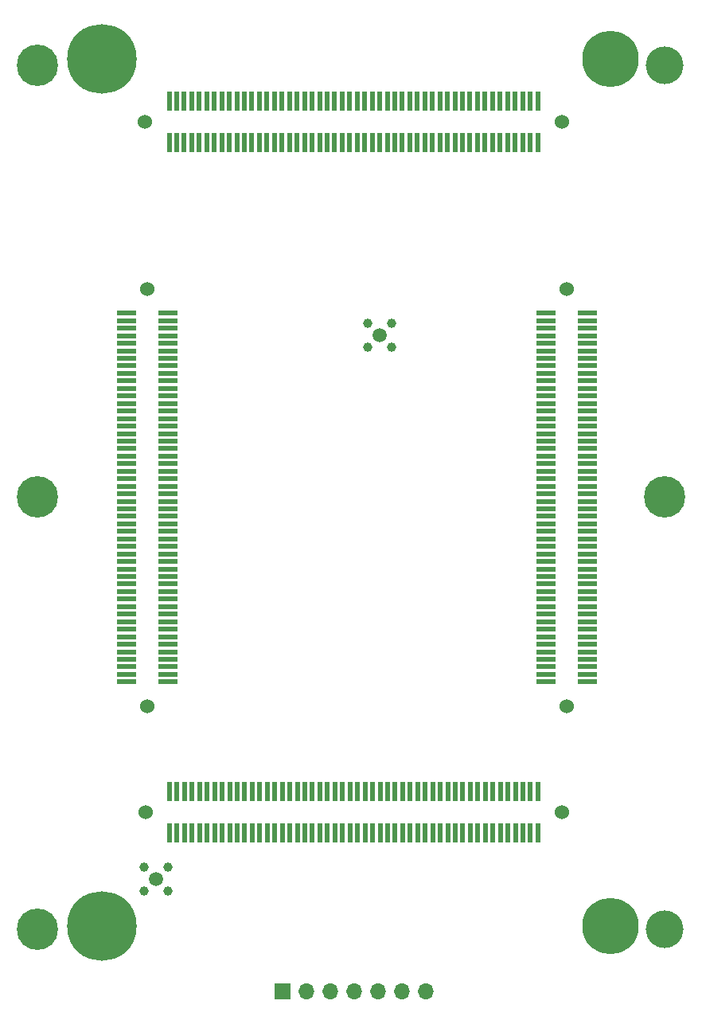
<source format=gbr>
%TF.GenerationSoftware,KiCad,Pcbnew,(5.1.10)-1*%
%TF.CreationDate,2021-11-05T18:24:08-05:00*%
%TF.ProjectId,payload_board,7061796c-6f61-4645-9f62-6f6172642e6b,3*%
%TF.SameCoordinates,Original*%
%TF.FileFunction,Soldermask,Top*%
%TF.FilePolarity,Negative*%
%FSLAX46Y46*%
G04 Gerber Fmt 4.6, Leading zero omitted, Abs format (unit mm)*
G04 Created by KiCad (PCBNEW (5.1.10)-1) date 2021-11-05 18:24:08*
%MOMM*%
%LPD*%
G01*
G04 APERTURE LIST*
%ADD10R,0.500000X2.000000*%
%ADD11C,1.524000*%
%ADD12R,2.000000X0.500000*%
%ADD13O,1.700000X1.700000*%
%ADD14R,1.700000X1.700000*%
%ADD15C,1.000000*%
%ADD16C,1.500000*%
%ADD17C,6.000000*%
%ADD18C,4.000000*%
%ADD19C,7.400000*%
%ADD20C,4.400000*%
G04 APERTURE END LIST*
D10*
X107345000Y-58455000D03*
X107345000Y-62855000D03*
X106545000Y-58455000D03*
X106545000Y-62855000D03*
X105745000Y-58455000D03*
X105745000Y-62855000D03*
X104945000Y-58455000D03*
X104945000Y-62855000D03*
X104145000Y-58455000D03*
X104145000Y-62855000D03*
X103345000Y-58455000D03*
X103345000Y-62855000D03*
X102545000Y-58455000D03*
X102545000Y-62855000D03*
X101745000Y-58455000D03*
X101745000Y-62855000D03*
X100945000Y-58455000D03*
X100945000Y-62855000D03*
X100145000Y-58455000D03*
X100145000Y-62855000D03*
X99345000Y-58455000D03*
X99345000Y-62855000D03*
X98545000Y-58455000D03*
X98545000Y-62855000D03*
X97745000Y-58455000D03*
X97745000Y-62855000D03*
X96945000Y-58455000D03*
X96945000Y-62855000D03*
X96145000Y-58455000D03*
X96145000Y-62855000D03*
X95345000Y-58455000D03*
X95345000Y-62855000D03*
X94545000Y-58455000D03*
X94545000Y-62855000D03*
X93745000Y-58455000D03*
X93745000Y-62855000D03*
X92945000Y-58455000D03*
X92945000Y-62855000D03*
X92145000Y-58455000D03*
X92145000Y-62855000D03*
X91345000Y-58455000D03*
X91345000Y-62855000D03*
X90545000Y-58455000D03*
X90545000Y-62855000D03*
X89745000Y-58455000D03*
X89745000Y-62855000D03*
X88945000Y-58455000D03*
X88945000Y-62855000D03*
X88145000Y-58455000D03*
X88145000Y-62855000D03*
X87345000Y-58455000D03*
X87345000Y-62855000D03*
X86545000Y-58455000D03*
X86545000Y-62855000D03*
X85745000Y-58455000D03*
X85745000Y-62855000D03*
X84945000Y-58455000D03*
X84945000Y-62855000D03*
X84145000Y-58455000D03*
X84145000Y-62855000D03*
X83345000Y-58455000D03*
X83345000Y-62855000D03*
X82545000Y-58455000D03*
X82545000Y-62855000D03*
X81745000Y-58455000D03*
X81745000Y-62855000D03*
X80945000Y-58455000D03*
X80945000Y-62855000D03*
X80145000Y-58455000D03*
X80145000Y-62855000D03*
X79345000Y-58455000D03*
X79345000Y-62855000D03*
X78545000Y-58455000D03*
X78545000Y-62855000D03*
X77745000Y-58455000D03*
X77745000Y-62855000D03*
X76945000Y-58455000D03*
X76945000Y-62855000D03*
X76145000Y-58455000D03*
X76145000Y-62855000D03*
X75345000Y-58455000D03*
X75345000Y-62855000D03*
X74545000Y-58455000D03*
X74545000Y-62855000D03*
X73745000Y-58455000D03*
X73745000Y-62855000D03*
X72945000Y-58455000D03*
X72945000Y-62855000D03*
X72145000Y-58455000D03*
X72145000Y-62855000D03*
X71345000Y-58455000D03*
X71345000Y-62855000D03*
X70545000Y-58455000D03*
X70545000Y-62855000D03*
X69745000Y-58455000D03*
X69745000Y-62855000D03*
X68945000Y-58455000D03*
X68945000Y-62855000D03*
X68145000Y-58455000D03*
X68145000Y-62855000D03*
D11*
X65570800Y-60655000D03*
X109919200Y-60655000D03*
D12*
X68015000Y-120195000D03*
X63615000Y-120195000D03*
X68015000Y-119395000D03*
X63615000Y-119395000D03*
X68015000Y-118595000D03*
X63615000Y-118595000D03*
X68015000Y-117795000D03*
X63615000Y-117795000D03*
X68015000Y-116995000D03*
X63615000Y-116995000D03*
X68015000Y-116195000D03*
X63615000Y-116195000D03*
X68015000Y-115395000D03*
X63615000Y-115395000D03*
X68015000Y-114595000D03*
X63615000Y-114595000D03*
X68015000Y-113795000D03*
X63615000Y-113795000D03*
X68015000Y-112995000D03*
X63615000Y-112995000D03*
X68015000Y-112195000D03*
X63615000Y-112195000D03*
X68015000Y-111395000D03*
X63615000Y-111395000D03*
X68015000Y-110595000D03*
X63615000Y-110595000D03*
X68015000Y-109795000D03*
X63615000Y-109795000D03*
X68015000Y-108995000D03*
X63615000Y-108995000D03*
X68015000Y-108195000D03*
X63615000Y-108195000D03*
X68015000Y-107395000D03*
X63615000Y-107395000D03*
X68015000Y-106595000D03*
X63615000Y-106595000D03*
X68015000Y-105795000D03*
X63615000Y-105795000D03*
X68015000Y-104995000D03*
X63615000Y-104995000D03*
X68015000Y-104195000D03*
X63615000Y-104195000D03*
X68015000Y-103395000D03*
X63615000Y-103395000D03*
X68015000Y-102595000D03*
X63615000Y-102595000D03*
X68015000Y-101795000D03*
X63615000Y-101795000D03*
X68015000Y-100995000D03*
X63615000Y-100995000D03*
X68015000Y-100195000D03*
X63615000Y-100195000D03*
X68015000Y-99395000D03*
X63615000Y-99395000D03*
X68015000Y-98595000D03*
X63615000Y-98595000D03*
X68015000Y-97795000D03*
X63615000Y-97795000D03*
X68015000Y-96995000D03*
X63615000Y-96995000D03*
X68015000Y-96195000D03*
X63615000Y-96195000D03*
X68015000Y-95395000D03*
X63615000Y-95395000D03*
X68015000Y-94595000D03*
X63615000Y-94595000D03*
X68015000Y-93795000D03*
X63615000Y-93795000D03*
X68015000Y-92995000D03*
X63615000Y-92995000D03*
X68015000Y-92195000D03*
X63615000Y-92195000D03*
X68015000Y-91395000D03*
X63615000Y-91395000D03*
X68015000Y-90595000D03*
X63615000Y-90595000D03*
X68015000Y-89795000D03*
X63615000Y-89795000D03*
X68015000Y-88995000D03*
X63615000Y-88995000D03*
X68015000Y-88195000D03*
X63615000Y-88195000D03*
X68015000Y-87395000D03*
X63615000Y-87395000D03*
X68015000Y-86595000D03*
X63615000Y-86595000D03*
X68015000Y-85795000D03*
X63615000Y-85795000D03*
X68015000Y-84995000D03*
X63615000Y-84995000D03*
X68015000Y-84195000D03*
X63615000Y-84195000D03*
X68015000Y-83395000D03*
X63615000Y-83395000D03*
X68015000Y-82595000D03*
X63615000Y-82595000D03*
X68015000Y-81795000D03*
X63615000Y-81795000D03*
X68015000Y-80995000D03*
X63615000Y-80995000D03*
D11*
X65815000Y-78420800D03*
X65815000Y-122769200D03*
D10*
X107380000Y-131820000D03*
X107380000Y-136220000D03*
X106580000Y-131820000D03*
X106580000Y-136220000D03*
X105780000Y-131820000D03*
X105780000Y-136220000D03*
X104980000Y-131820000D03*
X104980000Y-136220000D03*
X104180000Y-131820000D03*
X104180000Y-136220000D03*
X103380000Y-131820000D03*
X103380000Y-136220000D03*
X102580000Y-131820000D03*
X102580000Y-136220000D03*
X101780000Y-131820000D03*
X101780000Y-136220000D03*
X100980000Y-131820000D03*
X100980000Y-136220000D03*
X100180000Y-131820000D03*
X100180000Y-136220000D03*
X99380000Y-131820000D03*
X99380000Y-136220000D03*
X98580000Y-131820000D03*
X98580000Y-136220000D03*
X97780000Y-131820000D03*
X97780000Y-136220000D03*
X96980000Y-131820000D03*
X96980000Y-136220000D03*
X96180000Y-131820000D03*
X96180000Y-136220000D03*
X95380000Y-131820000D03*
X95380000Y-136220000D03*
X94580000Y-131820000D03*
X94580000Y-136220000D03*
X93780000Y-131820000D03*
X93780000Y-136220000D03*
X92980000Y-131820000D03*
X92980000Y-136220000D03*
X92180000Y-131820000D03*
X92180000Y-136220000D03*
X91380000Y-131820000D03*
X91380000Y-136220000D03*
X90580000Y-131820000D03*
X90580000Y-136220000D03*
X89780000Y-131820000D03*
X89780000Y-136220000D03*
X88980000Y-131820000D03*
X88980000Y-136220000D03*
X88180000Y-131820000D03*
X88180000Y-136220000D03*
X87380000Y-131820000D03*
X87380000Y-136220000D03*
X86580000Y-131820000D03*
X86580000Y-136220000D03*
X85780000Y-131820000D03*
X85780000Y-136220000D03*
X84980000Y-131820000D03*
X84980000Y-136220000D03*
X84180000Y-131820000D03*
X84180000Y-136220000D03*
X83380000Y-131820000D03*
X83380000Y-136220000D03*
X82580000Y-131820000D03*
X82580000Y-136220000D03*
X81780000Y-131820000D03*
X81780000Y-136220000D03*
X80980000Y-131820000D03*
X80980000Y-136220000D03*
X80180000Y-131820000D03*
X80180000Y-136220000D03*
X79380000Y-131820000D03*
X79380000Y-136220000D03*
X78580000Y-131820000D03*
X78580000Y-136220000D03*
X77780000Y-131820000D03*
X77780000Y-136220000D03*
X76980000Y-131820000D03*
X76980000Y-136220000D03*
X76180000Y-131820000D03*
X76180000Y-136220000D03*
X75380000Y-131820000D03*
X75380000Y-136220000D03*
X74580000Y-131820000D03*
X74580000Y-136220000D03*
X73780000Y-131820000D03*
X73780000Y-136220000D03*
X72980000Y-131820000D03*
X72980000Y-136220000D03*
X72180000Y-131820000D03*
X72180000Y-136220000D03*
X71380000Y-131820000D03*
X71380000Y-136220000D03*
X70580000Y-131820000D03*
X70580000Y-136220000D03*
X69780000Y-131820000D03*
X69780000Y-136220000D03*
X68980000Y-131820000D03*
X68980000Y-136220000D03*
X68180000Y-131820000D03*
X68180000Y-136220000D03*
D11*
X65605800Y-134020000D03*
X109954200Y-134020000D03*
D12*
X112665000Y-120195000D03*
X108265000Y-120195000D03*
X112665000Y-119395000D03*
X108265000Y-119395000D03*
X112665000Y-118595000D03*
X108265000Y-118595000D03*
X112665000Y-117795000D03*
X108265000Y-117795000D03*
X112665000Y-116995000D03*
X108265000Y-116995000D03*
X112665000Y-116195000D03*
X108265000Y-116195000D03*
X112665000Y-115395000D03*
X108265000Y-115395000D03*
X112665000Y-114595000D03*
X108265000Y-114595000D03*
X112665000Y-113795000D03*
X108265000Y-113795000D03*
X112665000Y-112995000D03*
X108265000Y-112995000D03*
X112665000Y-112195000D03*
X108265000Y-112195000D03*
X112665000Y-111395000D03*
X108265000Y-111395000D03*
X112665000Y-110595000D03*
X108265000Y-110595000D03*
X112665000Y-109795000D03*
X108265000Y-109795000D03*
X112665000Y-108995000D03*
X108265000Y-108995000D03*
X112665000Y-108195000D03*
X108265000Y-108195000D03*
X112665000Y-107395000D03*
X108265000Y-107395000D03*
X112665000Y-106595000D03*
X108265000Y-106595000D03*
X112665000Y-105795000D03*
X108265000Y-105795000D03*
X112665000Y-104995000D03*
X108265000Y-104995000D03*
X112665000Y-104195000D03*
X108265000Y-104195000D03*
X112665000Y-103395000D03*
X108265000Y-103395000D03*
X112665000Y-102595000D03*
X108265000Y-102595000D03*
X112665000Y-101795000D03*
X108265000Y-101795000D03*
X112665000Y-100995000D03*
X108265000Y-100995000D03*
X112665000Y-100195000D03*
X108265000Y-100195000D03*
X112665000Y-99395000D03*
X108265000Y-99395000D03*
X112665000Y-98595000D03*
X108265000Y-98595000D03*
X112665000Y-97795000D03*
X108265000Y-97795000D03*
X112665000Y-96995000D03*
X108265000Y-96995000D03*
X112665000Y-96195000D03*
X108265000Y-96195000D03*
X112665000Y-95395000D03*
X108265000Y-95395000D03*
X112665000Y-94595000D03*
X108265000Y-94595000D03*
X112665000Y-93795000D03*
X108265000Y-93795000D03*
X112665000Y-92995000D03*
X108265000Y-92995000D03*
X112665000Y-92195000D03*
X108265000Y-92195000D03*
X112665000Y-91395000D03*
X108265000Y-91395000D03*
X112665000Y-90595000D03*
X108265000Y-90595000D03*
X112665000Y-89795000D03*
X108265000Y-89795000D03*
X112665000Y-88995000D03*
X108265000Y-88995000D03*
X112665000Y-88195000D03*
X108265000Y-88195000D03*
X112665000Y-87395000D03*
X108265000Y-87395000D03*
X112665000Y-86595000D03*
X108265000Y-86595000D03*
X112665000Y-85795000D03*
X108265000Y-85795000D03*
X112665000Y-84995000D03*
X108265000Y-84995000D03*
X112665000Y-84195000D03*
X108265000Y-84195000D03*
X112665000Y-83395000D03*
X108265000Y-83395000D03*
X112665000Y-82595000D03*
X108265000Y-82595000D03*
X112665000Y-81795000D03*
X108265000Y-81795000D03*
X112665000Y-80995000D03*
X108265000Y-80995000D03*
D11*
X110465000Y-78420800D03*
X110465000Y-122769200D03*
D13*
X95450000Y-153130000D03*
X92910000Y-153130000D03*
X90370000Y-153130000D03*
X87830000Y-153130000D03*
X85290000Y-153130000D03*
X82750000Y-153130000D03*
D14*
X80210000Y-153130000D03*
D15*
X68010000Y-142430000D03*
X68010000Y-139870000D03*
X65450000Y-139870000D03*
X65450000Y-142430000D03*
D16*
X66730000Y-141150000D03*
D15*
X91840000Y-84620000D03*
X91840000Y-82060000D03*
X89280000Y-82060000D03*
X89280000Y-84620000D03*
D16*
X90560000Y-83340000D03*
D17*
X115120000Y-146160000D03*
X115120000Y-53960000D03*
D18*
X120870000Y-146480000D03*
X120870000Y-54630000D03*
D19*
X60970000Y-146160000D03*
X60970000Y-53960000D03*
D20*
X54130000Y-146480000D03*
X120870000Y-100560000D03*
X54130000Y-100560000D03*
X54130000Y-54630000D03*
M02*

</source>
